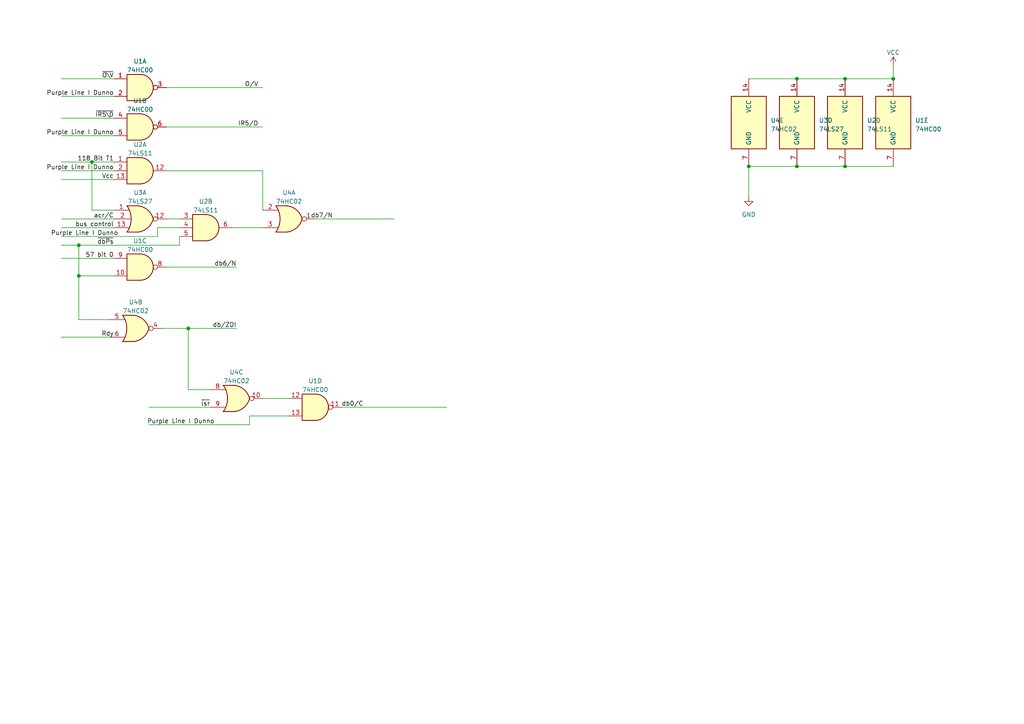
<source format=kicad_sch>
(kicad_sch (version 20230121) (generator eeschema)
  (paper "A4")
  (lib_symbols
    (symbol "74xx:74HC00" (pin_names (offset 1.016))
      (property "Reference" "U" (at 0 1.27 0))
      (property "Value" "74HC00" (at 0 -1.27 0))
      (symbol "74HC00_1_1"
        (arc (start 0 -3.81) (mid 3.7934 0) (end 0 3.81) (stroke (width 0.254)) (fill (type background)))
        (polyline (pts (xy 0 3.81) (xy -3.81 3.81) (xy -3.81 -3.81) (xy 0 -3.81)) (stroke (width 0.254)) (fill (type background)))
        (pin input line (at -7.62 2.54 0) (length 3.81) (name "~") (number "1"))
        (pin input line (at -7.62 -2.54 0) (length 3.81) (name "~") (number "2"))
        (pin output inverted (at 7.62 0 180) (length 3.81) (name "~") (number "3"))
      )
      (symbol "74HC00_1_2"
        (arc (start -3.81 -3.81) (mid -2.589 0) (end -3.81 3.81) (stroke (width 0.254)))
        (arc (start -0.6096 -3.81) (mid 2.1842 -2.5851) (end 3.81 0) (stroke (width 0.254)) (fill (type background)))
        (polyline (pts (xy -3.81 -3.81) (xy -0.635 -3.81)) (stroke (width 0.254)) (fill (type background)))
        (polyline (pts (xy -3.81 3.81) (xy -0.635 3.81)) (stroke (width 0.254)) (fill (type background)))
        (polyline (pts (xy -0.635 3.81) (xy -3.81 3.81) (xy -3.81 3.81) (xy -3.556 3.4036) (xy -3.0226 2.2606) (xy -2.6924 1.0414) (xy -2.6162 -0.254) (xy -2.7686 -1.4986) (xy -3.175 -2.7178) (xy -3.81 -3.81) (xy -3.81 -3.81) (xy -0.635 -3.81)) (stroke (width -25.4)) (fill (type background)))
        (arc (start 3.81 0) (mid 2.1915 2.5936) (end -0.6096 3.81) (stroke (width 0.254)) (fill (type background)))
        (pin input inverted (at -7.62 2.54 0) (length 4.318) (name "~") (number "1"))
        (pin input inverted (at -7.62 -2.54 0) (length 4.318) (name "~") (number "2"))
        (pin output line (at 7.62 0 180) (length 3.81) (name "~") (number "3"))
      )
      (symbol "74HC00_2_1"
        (arc (start 0 -3.81) (mid 3.7934 0) (end 0 3.81) (stroke (width 0.254)) (fill (type background)))
        (polyline (pts (xy 0 3.81) (xy -3.81 3.81) (xy -3.81 -3.81) (xy 0 -3.81)) (stroke (width 0.254)) (fill (type background)))
        (pin input line (at -7.62 2.54 0) (length 3.81) (name "~") (number "4"))
        (pin input line (at -7.62 -2.54 0) (length 3.81) (name "~") (number "5"))
        (pin output inverted (at 7.62 0 180) (length 3.81) (name "~") (number "6"))
      )
      (symbol "74HC00_2_2"
        (arc (start -3.81 -3.81) (mid -2.589 0) (end -3.81 3.81) (stroke (width 0.254)))
        (arc (start -0.6096 -3.81) (mid 2.1842 -2.5851) (end 3.81 0) (stroke (width 0.254)) (fill (type background)))
        (polyline (pts (xy -3.81 -3.81) (xy -0.635 -3.81)) (stroke (width 0.254)) (fill (type background)))
        (polyline (pts (xy -3.81 3.81) (xy -0.635 3.81)) (stroke (width 0.254)) (fill (type background)))
        (polyline (pts (xy -0.635 3.81) (xy -3.81 3.81) (xy -3.81 3.81) (xy -3.556 3.4036) (xy -3.0226 2.2606) (xy -2.6924 1.0414) (xy -2.6162 -0.254) (xy -2.7686 -1.4986) (xy -3.175 -2.7178) (xy -3.81 -3.81) (xy -3.81 -3.81) (xy -0.635 -3.81)) (stroke (width -25.4)) (fill (type background)))
        (arc (start 3.81 0) (mid 2.1915 2.5936) (end -0.6096 3.81) (stroke (width 0.254)) (fill (type background)))
        (pin input inverted (at -7.62 2.54 0) (length 4.318) (name "~") (number "4"))
        (pin input inverted (at -7.62 -2.54 0) (length 4.318) (name "~") (number "5"))
        (pin output line (at 7.62 0 180) (length 3.81) (name "~") (number "6"))
      )
      (symbol "74HC00_3_1"
        (arc (start 0 -3.81) (mid 3.7934 0) (end 0 3.81) (stroke (width 0.254)) (fill (type background)))
        (polyline (pts (xy 0 3.81) (xy -3.81 3.81) (xy -3.81 -3.81) (xy 0 -3.81)) (stroke (width 0.254)) (fill (type background)))
        (pin input line (at -7.62 -2.54 0) (length 3.81) (name "~") (number "10"))
        (pin output inverted (at 7.62 0 180) (length 3.81) (name "~") (number "8"))
        (pin input line (at -7.62 2.54 0) (length 3.81) (name "~") (number "9"))
      )
      (symbol "74HC00_3_2"
        (arc (start -3.81 -3.81) (mid -2.589 0) (end -3.81 3.81) (stroke (width 0.254)))
        (arc (start -0.6096 -3.81) (mid 2.1842 -2.5851) (end 3.81 0) (stroke (width 0.254)) (fill (type background)))
        (polyline (pts (xy -3.81 -3.81) (xy -0.635 -3.81)) (stroke (width 0.254)) (fill (type background)))
        (polyline (pts (xy -3.81 3.81) (xy -0.635 3.81)) (stroke (width 0.254)) (fill (type background)))
        (polyline (pts (xy -0.635 3.81) (xy -3.81 3.81) (xy -3.81 3.81) (xy -3.556 3.4036) (xy -3.0226 2.2606) (xy -2.6924 1.0414) (xy -2.6162 -0.254) (xy -2.7686 -1.4986) (xy -3.175 -2.7178) (xy -3.81 -3.81) (xy -3.81 -3.81) (xy -0.635 -3.81)) (stroke (width -25.4)) (fill (type background)))
        (arc (start 3.81 0) (mid 2.1915 2.5936) (end -0.6096 3.81) (stroke (width 0.254)) (fill (type background)))
        (pin input inverted (at -7.62 -2.54 0) (length 4.318) (name "~") (number "10"))
        (pin output line (at 7.62 0 180) (length 3.81) (name "~") (number "8"))
        (pin input inverted (at -7.62 2.54 0) (length 4.318) (name "~") (number "9"))
      )
      (symbol "74HC00_4_1"
        (arc (start 0 -3.81) (mid 3.7934 0) (end 0 3.81) (stroke (width 0.254)) (fill (type background)))
        (polyline (pts (xy 0 3.81) (xy -3.81 3.81) (xy -3.81 -3.81) (xy 0 -3.81)) (stroke (width 0.254)) (fill (type background)))
        (pin output inverted (at 7.62 0 180) (length 3.81) (name "~") (number "11"))
        (pin input line (at -7.62 2.54 0) (length 3.81) (name "~") (number "12"))
        (pin input line (at -7.62 -2.54 0) (length 3.81) (name "~") (number "13"))
      )
      (symbol "74HC00_4_2"
        (arc (start -3.81 -3.81) (mid -2.589 0) (end -3.81 3.81) (stroke (width 0.254)))
        (arc (start -0.6096 -3.81) (mid 2.1842 -2.5851) (end 3.81 0) (stroke (width 0.254)) (fill (type background)))
        (polyline (pts (xy -3.81 -3.81) (xy -0.635 -3.81)) (stroke (width 0.254)) (fill (type background)))
        (polyline (pts (xy -3.81 3.81) (xy -0.635 3.81)) (stroke (width 0.254)) (fill (type background)))
        (polyline (pts (xy -0.635 3.81) (xy -3.81 3.81) (xy -3.81 3.81) (xy -3.556 3.4036) (xy -3.0226 2.2606) (xy -2.6924 1.0414) (xy -2.6162 -0.254) (xy -2.7686 -1.4986) (xy -3.175 -2.7178) (xy -3.81 -3.81) (xy -3.81 -3.81) (xy -0.635 -3.81)) (stroke (width -25.4)) (fill (type background)))
        (arc (start 3.81 0) (mid 2.1915 2.5936) (end -0.6096 3.81) (stroke (width 0.254)) (fill (type background)))
        (pin output line (at 7.62 0 180) (length 3.81) (name "~") (number "11"))
        (pin input inverted (at -7.62 2.54 0) (length 4.318) (name "~") (number "12"))
        (pin input inverted (at -7.62 -2.54 0) (length 4.318) (name "~") (number "13"))
      )
      (symbol "74HC00_5_0"
        (pin power_in line (at 0 12.7 270) (length 5.08) (name "VCC") (number "14"))
        (pin power_in line (at 0 -12.7 90) (length 5.08) (name "GND") (number "7"))
      )
      (symbol "74HC00_5_1"
        (rectangle (start -5.08 7.62) (end 5.08 -7.62) (stroke (width 0.254)) (fill (type background)))
      )
    )
    (symbol "74xx:74HC02" (pin_names (offset 1.016))
      (property "Reference" "U" (at 0 1.27 0))
      (property "Value" "74HC02" (at 0 -1.27 0))
      (symbol "74HC02_1_1"
        (arc (start -3.81 -3.81) (mid -2.589 0) (end -3.81 3.81) (stroke (width 0.254)))
        (arc (start -0.6096 -3.81) (mid 2.1842 -2.5851) (end 3.81 0) (stroke (width 0.254)) (fill (type background)))
        (polyline (pts (xy -3.81 -3.81) (xy -0.635 -3.81)) (stroke (width 0.254)) (fill (type background)))
        (polyline (pts (xy -3.81 3.81) (xy -0.635 3.81)) (stroke (width 0.254)) (fill (type background)))
        (polyline (pts (xy -0.635 3.81) (xy -3.81 3.81) (xy -3.81 3.81) (xy -3.556 3.4036) (xy -3.0226 2.2606) (xy -2.6924 1.0414) (xy -2.6162 -0.254) (xy -2.7686 -1.4986) (xy -3.175 -2.7178) (xy -3.81 -3.81) (xy -3.81 -3.81) (xy -0.635 -3.81)) (stroke (width -25.4)) (fill (type background)))
        (arc (start 3.81 0) (mid 2.1915 2.5936) (end -0.6096 3.81) (stroke (width 0.254)) (fill (type background)))
        (pin output inverted (at 7.62 0 180) (length 3.81) (name "~") (number "1"))
        (pin input line (at -7.62 2.54 0) (length 4.318) (name "~") (number "2"))
        (pin input line (at -7.62 -2.54 0) (length 4.318) (name "~") (number "3"))
      )
      (symbol "74HC02_1_2"
        (arc (start 0 -3.81) (mid 3.7934 0) (end 0 3.81) (stroke (width 0.254)) (fill (type background)))
        (polyline (pts (xy 0 3.81) (xy -3.81 3.81) (xy -3.81 -3.81) (xy 0 -3.81)) (stroke (width 0.254)) (fill (type background)))
        (pin output line (at 7.62 0 180) (length 3.81) (name "~") (number "1"))
        (pin input inverted (at -7.62 2.54 0) (length 3.81) (name "~") (number "2"))
        (pin input inverted (at -7.62 -2.54 0) (length 3.81) (name "~") (number "3"))
      )
      (symbol "74HC02_2_1"
        (arc (start -3.81 -3.81) (mid -2.589 0) (end -3.81 3.81) (stroke (width 0.254)))
        (arc (start -0.6096 -3.81) (mid 2.1842 -2.5851) (end 3.81 0) (stroke (width 0.254)) (fill (type background)))
        (polyline (pts (xy -3.81 -3.81) (xy -0.635 -3.81)) (stroke (width 0.254)) (fill (type background)))
        (polyline (pts (xy -3.81 3.81) (xy -0.635 3.81)) (stroke (width 0.254)) (fill (type background)))
        (polyline (pts (xy -0.635 3.81) (xy -3.81 3.81) (xy -3.81 3.81) (xy -3.556 3.4036) (xy -3.0226 2.2606) (xy -2.6924 1.0414) (xy -2.6162 -0.254) (xy -2.7686 -1.4986) (xy -3.175 -2.7178) (xy -3.81 -3.81) (xy -3.81 -3.81) (xy -0.635 -3.81)) (stroke (width -25.4)) (fill (type background)))
        (arc (start 3.81 0) (mid 2.1915 2.5936) (end -0.6096 3.81) (stroke (width 0.254)) (fill (type background)))
        (pin output inverted (at 7.62 0 180) (length 3.81) (name "~") (number "4"))
        (pin input line (at -7.62 2.54 0) (length 4.318) (name "~") (number "5"))
        (pin input line (at -7.62 -2.54 0) (length 4.318) (name "~") (number "6"))
      )
      (symbol "74HC02_2_2"
        (arc (start 0 -3.81) (mid 3.7934 0) (end 0 3.81) (stroke (width 0.254)) (fill (type background)))
        (polyline (pts (xy 0 3.81) (xy -3.81 3.81) (xy -3.81 -3.81) (xy 0 -3.81)) (stroke (width 0.254)) (fill (type background)))
        (pin output line (at 7.62 0 180) (length 3.81) (name "~") (number "4"))
        (pin input inverted (at -7.62 2.54 0) (length 3.81) (name "~") (number "5"))
        (pin input inverted (at -7.62 -2.54 0) (length 3.81) (name "~") (number "6"))
      )
      (symbol "74HC02_3_1"
        (arc (start -3.81 -3.81) (mid -2.589 0) (end -3.81 3.81) (stroke (width 0.254)))
        (arc (start -0.6096 -3.81) (mid 2.1842 -2.5851) (end 3.81 0) (stroke (width 0.254)) (fill (type background)))
        (polyline (pts (xy -3.81 -3.81) (xy -0.635 -3.81)) (stroke (width 0.254)) (fill (type background)))
        (polyline (pts (xy -3.81 3.81) (xy -0.635 3.81)) (stroke (width 0.254)) (fill (type background)))
        (polyline (pts (xy -0.635 3.81) (xy -3.81 3.81) (xy -3.81 3.81) (xy -3.556 3.4036) (xy -3.0226 2.2606) (xy -2.6924 1.0414) (xy -2.6162 -0.254) (xy -2.7686 -1.4986) (xy -3.175 -2.7178) (xy -3.81 -3.81) (xy -3.81 -3.81) (xy -0.635 -3.81)) (stroke (width -25.4)) (fill (type background)))
        (arc (start 3.81 0) (mid 2.1915 2.5936) (end -0.6096 3.81) (stroke (width 0.254)) (fill (type background)))
        (pin output inverted (at 7.62 0 180) (length 3.81) (name "~") (number "10"))
        (pin input line (at -7.62 2.54 0) (length 4.318) (name "~") (number "8"))
        (pin input line (at -7.62 -2.54 0) (length 4.318) (name "~") (number "9"))
      )
      (symbol "74HC02_3_2"
        (arc (start 0 -3.81) (mid 3.7934 0) (end 0 3.81) (stroke (width 0.254)) (fill (type background)))
        (polyline (pts (xy 0 3.81) (xy -3.81 3.81) (xy -3.81 -3.81) (xy 0 -3.81)) (stroke (width 0.254)) (fill (type background)))
        (pin output line (at 7.62 0 180) (length 3.81) (name "~") (number "10"))
        (pin input inverted (at -7.62 2.54 0) (length 3.81) (name "~") (number "8"))
        (pin input inverted (at -7.62 -2.54 0) (length 3.81) (name "~") (number "9"))
      )
      (symbol "74HC02_4_1"
        (arc (start -3.81 -3.81) (mid -2.589 0) (end -3.81 3.81) (stroke (width 0.254)))
        (arc (start -0.6096 -3.81) (mid 2.1842 -2.5851) (end 3.81 0) (stroke (width 0.254)) (fill (type background)))
        (polyline (pts (xy -3.81 -3.81) (xy -0.635 -3.81)) (stroke (width 0.254)) (fill (type background)))
        (polyline (pts (xy -3.81 3.81) (xy -0.635 3.81)) (stroke (width 0.254)) (fill (type background)))
        (polyline (pts (xy -0.635 3.81) (xy -3.81 3.81) (xy -3.81 3.81) (xy -3.556 3.4036) (xy -3.0226 2.2606) (xy -2.6924 1.0414) (xy -2.6162 -0.254) (xy -2.7686 -1.4986) (xy -3.175 -2.7178) (xy -3.81 -3.81) (xy -3.81 -3.81) (xy -0.635 -3.81)) (stroke (width -25.4)) (fill (type background)))
        (arc (start 3.81 0) (mid 2.1915 2.5936) (end -0.6096 3.81) (stroke (width 0.254)) (fill (type background)))
        (pin input line (at -7.62 2.54 0) (length 4.318) (name "~") (number "11"))
        (pin input line (at -7.62 -2.54 0) (length 4.318) (name "~") (number "12"))
        (pin output inverted (at 7.62 0 180) (length 3.81) (name "~") (number "13"))
      )
      (symbol "74HC02_4_2"
        (arc (start 0 -3.81) (mid 3.7934 0) (end 0 3.81) (stroke (width 0.254)) (fill (type background)))
        (polyline (pts (xy 0 3.81) (xy -3.81 3.81) (xy -3.81 -3.81) (xy 0 -3.81)) (stroke (width 0.254)) (fill (type background)))
        (pin input inverted (at -7.62 2.54 0) (length 3.81) (name "~") (number "11"))
        (pin input inverted (at -7.62 -2.54 0) (length 3.81) (name "~") (number "12"))
        (pin output line (at 7.62 0 180) (length 3.81) (name "~") (number "13"))
      )
      (symbol "74HC02_5_0"
        (pin power_in line (at 0 12.7 270) (length 5.08) (name "VCC") (number "14"))
        (pin power_in line (at 0 -12.7 90) (length 5.08) (name "GND") (number "7"))
      )
      (symbol "74HC02_5_1"
        (rectangle (start -5.08 7.62) (end 5.08 -7.62) (stroke (width 0.254)) (fill (type background)))
      )
    )
    (symbol "74xx:74LS11" (pin_names (offset 1.016))
      (property "Reference" "U" (at 0 1.27 0))
      (property "Value" "74LS11" (at 0 -1.27 0))
      (symbol "74LS11_1_1"
        (arc (start 0 -3.81) (mid 3.7934 0) (end 0 3.81) (stroke (width 0.254)) (fill (type background)))
        (polyline (pts (xy 0 3.81) (xy -3.81 3.81) (xy -3.81 -3.81) (xy 0 -3.81)) (stroke (width 0.254)) (fill (type background)))
        (pin input line (at -7.62 2.54 0) (length 3.81) (name "~") (number "1"))
        (pin output line (at 7.62 0 180) (length 3.81) (name "~") (number "12"))
        (pin input line (at -7.62 -2.54 0) (length 3.81) (name "~") (number "13"))
        (pin input line (at -7.62 0 0) (length 3.81) (name "~") (number "2"))
      )
      (symbol "74LS11_1_2"
        (arc (start -3.81 -3.81) (mid -2.589 0) (end -3.81 3.81) (stroke (width 0.254)))
        (arc (start -0.6096 -3.81) (mid 2.1842 -2.5851) (end 3.81 0) (stroke (width 0.254)) (fill (type background)))
        (polyline (pts (xy -3.81 -3.81) (xy -0.635 -3.81)) (stroke (width 0.254)) (fill (type background)))
        (polyline (pts (xy -3.81 3.81) (xy -0.635 3.81)) (stroke (width 0.254)) (fill (type background)))
        (polyline (pts (xy -0.635 3.81) (xy -3.81 3.81) (xy -3.81 3.81) (xy -3.556 3.4036) (xy -3.0226 2.2606) (xy -2.6924 1.0414) (xy -2.6162 -0.254) (xy -2.7686 -1.4986) (xy -3.175 -2.7178) (xy -3.81 -3.81) (xy -3.81 -3.81) (xy -0.635 -3.81)) (stroke (width -25.4)) (fill (type background)))
        (arc (start 3.81 0) (mid 2.1915 2.5936) (end -0.6096 3.81) (stroke (width 0.254)) (fill (type background)))
        (pin input inverted (at -7.62 2.54 0) (length 4.318) (name "~") (number "1"))
        (pin output inverted (at 7.62 0 180) (length 3.81) (name "~") (number "12"))
        (pin input inverted (at -7.62 -2.54 0) (length 4.318) (name "~") (number "13"))
        (pin input inverted (at -7.62 0 0) (length 4.953) (name "~") (number "2"))
      )
      (symbol "74LS11_2_1"
        (arc (start 0 -3.81) (mid 3.7934 0) (end 0 3.81) (stroke (width 0.254)) (fill (type background)))
        (polyline (pts (xy 0 3.81) (xy -3.81 3.81) (xy -3.81 -3.81) (xy 0 -3.81)) (stroke (width 0.254)) (fill (type background)))
        (pin input line (at -7.62 2.54 0) (length 3.81) (name "~") (number "3"))
        (pin input line (at -7.62 0 0) (length 3.81) (name "~") (number "4"))
        (pin input line (at -7.62 -2.54 0) (length 3.81) (name "~") (number "5"))
        (pin output line (at 7.62 0 180) (length 3.81) (name "~") (number "6"))
      )
      (symbol "74LS11_2_2"
        (arc (start -3.81 -3.81) (mid -2.589 0) (end -3.81 3.81) (stroke (width 0.254)))
        (arc (start -0.6096 -3.81) (mid 2.1842 -2.5851) (end 3.81 0) (stroke (width 0.254)) (fill (type background)))
        (polyline (pts (xy -3.81 -3.81) (xy -0.635 -3.81)) (stroke (width 0.254)) (fill (type background)))
        (polyline (pts (xy -3.81 3.81) (xy -0.635 3.81)) (stroke (width 0.254)) (fill (type background)))
        (polyline (pts (xy -0.635 3.81) (xy -3.81 3.81) (xy -3.81 3.81) (xy -3.556 3.4036) (xy -3.0226 2.2606) (xy -2.6924 1.0414) (xy -2.6162 -0.254) (xy -2.7686 -1.4986) (xy -3.175 -2.7178) (xy -3.81 -3.81) (xy -3.81 -3.81) (xy -0.635 -3.81)) (stroke (width -25.4)) (fill (type background)))
        (arc (start 3.81 0) (mid 2.1915 2.5936) (end -0.6096 3.81) (stroke (width 0.254)) (fill (type background)))
        (pin input inverted (at -7.62 2.54 0) (length 4.318) (name "~") (number "3"))
        (pin input inverted (at -7.62 0 0) (length 4.953) (name "~") (number "4"))
        (pin input inverted (at -7.62 -2.54 0) (length 4.318) (name "~") (number "5"))
        (pin output inverted (at 7.62 0 180) (length 3.81) (name "~") (number "6"))
      )
      (symbol "74LS11_3_1"
        (arc (start 0 -3.81) (mid 3.7934 0) (end 0 3.81) (stroke (width 0.254)) (fill (type background)))
        (polyline (pts (xy 0 3.81) (xy -3.81 3.81) (xy -3.81 -3.81) (xy 0 -3.81)) (stroke (width 0.254)) (fill (type background)))
        (pin input line (at -7.62 0 0) (length 3.81) (name "~") (number "10"))
        (pin input line (at -7.62 -2.54 0) (length 3.81) (name "~") (number "11"))
        (pin output line (at 7.62 0 180) (length 3.81) (name "~") (number "8"))
        (pin input line (at -7.62 2.54 0) (length 3.81) (name "~") (number "9"))
      )
      (symbol "74LS11_3_2"
        (arc (start -3.81 -3.81) (mid -2.589 0) (end -3.81 3.81) (stroke (width 0.254)))
        (arc (start -0.6096 -3.81) (mid 2.1842 -2.5851) (end 3.81 0) (stroke (width 0.254)) (fill (type background)))
        (polyline (pts (xy -3.81 -3.81) (xy -0.635 -3.81)) (stroke (width 0.254)) (fill (type background)))
        (polyline (pts (xy -3.81 3.81) (xy -0.635 3.81)) (stroke (width 0.254)) (fill (type background)))
        (polyline (pts (xy -0.635 3.81) (xy -3.81 3.81) (xy -3.81 3.81) (xy -3.556 3.4036) (xy -3.0226 2.2606) (xy -2.6924 1.0414) (xy -2.6162 -0.254) (xy -2.7686 -1.4986) (xy -3.175 -2.7178) (xy -3.81 -3.81) (xy -3.81 -3.81) (xy -0.635 -3.81)) (stroke (width -25.4)) (fill (type background)))
        (arc (start 3.81 0) (mid 2.1915 2.5936) (end -0.6096 3.81) (stroke (width 0.254)) (fill (type background)))
        (pin input inverted (at -7.62 0 0) (length 4.953) (name "~") (number "10"))
        (pin input inverted (at -7.62 -2.54 0) (length 4.318) (name "~") (number "11"))
        (pin output inverted (at 7.62 0 180) (length 3.81) (name "~") (number "8"))
        (pin input inverted (at -7.62 2.54 0) (length 4.318) (name "~") (number "9"))
      )
      (symbol "74LS11_4_0"
        (pin power_in line (at 0 12.7 270) (length 5.08) (name "VCC") (number "14"))
        (pin power_in line (at 0 -12.7 90) (length 5.08) (name "GND") (number "7"))
      )
      (symbol "74LS11_4_1"
        (rectangle (start -5.08 7.62) (end 5.08 -7.62) (stroke (width 0.254)) (fill (type background)))
      )
    )
    (symbol "74xx:74LS27" (pin_names (offset 1.016))
      (property "Reference" "U" (at 0 1.27 0))
      (property "Value" "74LS27" (at 0 -1.27 0))
      (symbol "74LS27_1_1"
        (arc (start -3.81 -3.81) (mid -2.589 0) (end -3.81 3.81) (stroke (width 0.254)))
        (arc (start -0.6096 -3.81) (mid 2.1842 -2.5851) (end 3.81 0) (stroke (width 0.254)) (fill (type background)))
        (polyline (pts (xy -3.81 -3.81) (xy -0.635 -3.81)) (stroke (width 0.254)) (fill (type background)))
        (polyline (pts (xy -3.81 3.81) (xy -0.635 3.81)) (stroke (width 0.254)) (fill (type background)))
        (polyline (pts (xy -0.635 3.81) (xy -3.81 3.81) (xy -3.81 3.81) (xy -3.556 3.4036) (xy -3.0226 2.2606) (xy -2.6924 1.0414) (xy -2.6162 -0.254) (xy -2.7686 -1.4986) (xy -3.175 -2.7178) (xy -3.81 -3.81) (xy -3.81 -3.81) (xy -0.635 -3.81)) (stroke (width -25.4)) (fill (type background)))
        (arc (start 3.81 0) (mid 2.1915 2.5936) (end -0.6096 3.81) (stroke (width 0.254)) (fill (type background)))
        (pin input line (at -7.62 2.54 0) (length 4.318) (name "~") (number "1"))
        (pin output inverted (at 7.62 0 180) (length 3.81) (name "~") (number "12"))
        (pin input line (at -7.62 -2.54 0) (length 4.318) (name "~") (number "13"))
        (pin input line (at -7.62 0 0) (length 4.953) (name "~") (number "2"))
      )
      (symbol "74LS27_1_2"
        (arc (start 0 -3.81) (mid 3.7934 0) (end 0 3.81) (stroke (width 0.254)) (fill (type background)))
        (polyline (pts (xy 0 3.81) (xy -3.81 3.81) (xy -3.81 -3.81) (xy 0 -3.81)) (stroke (width 0.254)) (fill (type background)))
        (pin input inverted (at -7.62 2.54 0) (length 3.81) (name "~") (number "1"))
        (pin output line (at 7.62 0 180) (length 3.81) (name "~") (number "12"))
        (pin input inverted (at -7.62 -2.54 0) (length 3.81) (name "~") (number "13"))
        (pin input inverted (at -7.62 0 0) (length 3.81) (name "~") (number "2"))
      )
      (symbol "74LS27_2_1"
        (arc (start -3.81 -3.81) (mid -2.589 0) (end -3.81 3.81) (stroke (width 0.254)))
        (arc (start -0.6096 -3.81) (mid 2.1842 -2.5851) (end 3.81 0) (stroke (width 0.254)) (fill (type background)))
        (polyline (pts (xy -3.81 -3.81) (xy -0.635 -3.81)) (stroke (width 0.254)) (fill (type background)))
        (polyline (pts (xy -3.81 3.81) (xy -0.635 3.81)) (stroke (width 0.254)) (fill (type background)))
        (polyline (pts (xy -0.635 3.81) (xy -3.81 3.81) (xy -3.81 3.81) (xy -3.556 3.4036) (xy -3.0226 2.2606) (xy -2.6924 1.0414) (xy -2.6162 -0.254) (xy -2.7686 -1.4986) (xy -3.175 -2.7178) (xy -3.81 -3.81) (xy -3.81 -3.81) (xy -0.635 -3.81)) (stroke (width -25.4)) (fill (type background)))
        (arc (start 3.81 0) (mid 2.1915 2.5936) (end -0.6096 3.81) (stroke (width 0.254)) (fill (type background)))
        (pin input line (at -7.62 2.54 0) (length 4.318) (name "~") (number "3"))
        (pin input line (at -7.62 0 0) (length 4.953) (name "~") (number "4"))
        (pin input line (at -7.62 -2.54 0) (length 4.318) (name "~") (number "5"))
        (pin output inverted (at 7.62 0 180) (length 3.81) (name "~") (number "6"))
      )
      (symbol "74LS27_2_2"
        (arc (start 0 -3.81) (mid 3.7934 0) (end 0 3.81) (stroke (width 0.254)) (fill (type background)))
        (polyline (pts (xy 0 3.81) (xy -3.81 3.81) (xy -3.81 -3.81) (xy 0 -3.81)) (stroke (width 0.254)) (fill (type background)))
        (pin input inverted (at -7.62 2.54 0) (length 3.81) (name "~") (number "3"))
        (pin input inverted (at -7.62 0 0) (length 3.81) (name "~") (number "4"))
        (pin input inverted (at -7.62 -2.54 0) (length 3.81) (name "~") (number "5"))
        (pin output line (at 7.62 0 180) (length 3.81) (name "~") (number "6"))
      )
      (symbol "74LS27_3_1"
        (arc (start -3.81 -3.81) (mid -2.589 0) (end -3.81 3.81) (stroke (width 0.254)))
        (arc (start -0.6096 -3.81) (mid 2.1842 -2.5851) (end 3.81 0) (stroke (width 0.254)) (fill (type background)))
        (polyline (pts (xy -3.81 -3.81) (xy -0.635 -3.81)) (stroke (width 0.254)) (fill (type background)))
        (polyline (pts (xy -3.81 3.81) (xy -0.635 3.81)) (stroke (width 0.254)) (fill (type background)))
        (polyline (pts (xy -0.635 3.81) (xy -3.81 3.81) (xy -3.81 3.81) (xy -3.556 3.4036) (xy -3.0226 2.2606) (xy -2.6924 1.0414) (xy -2.6162 -0.254) (xy -2.7686 -1.4986) (xy -3.175 -2.7178) (xy -3.81 -3.81) (xy -3.81 -3.81) (xy -0.635 -3.81)) (stroke (width -25.4)) (fill (type background)))
        (arc (start 3.81 0) (mid 2.1915 2.5936) (end -0.6096 3.81) (stroke (width 0.254)) (fill (type background)))
        (pin input line (at -7.62 0 0) (length 4.953) (name "~") (number "10"))
        (pin input line (at -7.62 -2.54 0) (length 4.318) (name "~") (number "11"))
        (pin output inverted (at 7.62 0 180) (length 3.81) (name "~") (number "8"))
        (pin input line (at -7.62 2.54 0) (length 4.318) (name "~") (number "9"))
      )
      (symbol "74LS27_3_2"
        (arc (start 0 -3.81) (mid 3.7934 0) (end 0 3.81) (stroke (width 0.254)) (fill (type background)))
        (polyline (pts (xy 0 3.81) (xy -3.81 3.81) (xy -3.81 -3.81) (xy 0 -3.81)) (stroke (width 0.254)) (fill (type background)))
        (pin input inverted (at -7.62 0 0) (length 3.81) (name "~") (number "10"))
        (pin input inverted (at -7.62 -2.54 0) (length 3.81) (name "~") (number "11"))
        (pin output line (at 7.62 0 180) (length 3.81) (name "~") (number "8"))
        (pin input inverted (at -7.62 2.54 0) (length 3.81) (name "~") (number "9"))
      )
      (symbol "74LS27_4_0"
        (pin power_in line (at 0 12.7 270) (length 5.08) (name "VCC") (number "14"))
        (pin power_in line (at 0 -12.7 90) (length 5.08) (name "GND") (number "7"))
      )
      (symbol "74LS27_4_1"
        (rectangle (start -5.08 7.62) (end 5.08 -7.62) (stroke (width 0.254)) (fill (type background)))
      )
    )
    (symbol "power:GND" (power) (pin_names (offset 0))
      (property "Value" "GND" (at 0 -3.81 0))
      (symbol "GND_0_1"
        (polyline (pts (xy 0 0) (xy 0 -1.27) (xy 1.27 -1.27) (xy 0 -2.54) (xy -1.27 -1.27) (xy 0 -1.27)))
      )
      (symbol "GND_1_1"
        (pin power_in line (at 0 0 270) (length 0) hide (name "GND") (number "1"))
      )
    )
    (symbol "power:VCC" (power) (pin_names (offset 0))
      (property "Value" "VCC" (at 0 3.81 0))
      (symbol "VCC_0_1"
        (polyline (pts (xy -0.762 1.27) (xy 0 2.54)))
        (polyline (pts (xy 0 0) (xy 0 2.54)))
        (polyline (pts (xy 0 2.54) (xy 0.762 1.27)))
      )
      (symbol "VCC_1_1"
        (pin power_in line (at 0 0 90) (length 0) hide (name "VCC") (number "1"))
      )
    )
  )
  (junction (at 231.14 22.86))
  (junction (at 245.11 22.86))
  (junction (at 22.86 71.12))
  (junction (at 259.08 22.86))
  (junction (at 245.11 48.26))
  (junction (at 217.17 48.26))
  (junction (at 26.67 46.99))
  (junction (at 54.61 95.25))
  (junction (at 22.86 80.01))
  (junction (at 231.14 48.26))
  (wire (pts (xy 48.26 36.83) (xy 76.2 36.83)))
  (wire (pts (xy 48.26 25.4) (xy 76.2 25.4)))
  (wire (pts (xy 48.26 49.53) (xy 76.2 49.53)))
  (wire (pts (xy 43.18 118.11) (xy 60.96 118.11)))
  (wire (pts (xy 17.78 97.79) (xy 31.75 97.79)))
  (wire (pts (xy 67.31 66.04) (xy 76.2 66.04)))
  (wire (pts (xy 17.78 71.12) (xy 22.86 71.12)))
  (wire (pts (xy 17.78 68.58) (xy 45.72 68.58)))
  (wire (pts (xy 17.78 63.5) (xy 33.02 63.5)))
  (wire (pts (xy 259.08 19.05) (xy 259.08 22.86)))
  (wire (pts (xy 217.17 22.86) (xy 231.14 22.86)))
  (wire (pts (xy 48.26 63.5) (xy 52.07 63.5)))
  (wire (pts (xy 22.86 71.12) (xy 52.07 71.12)))
  (wire (pts (xy 17.78 46.99) (xy 26.67 46.99)))
  (wire (pts (xy 76.2 115.57) (xy 83.82 115.57)))
  (wire (pts (xy 22.86 80.01) (xy 33.02 80.01)))
  (wire (pts (xy 17.78 22.86) (xy 33.02 22.86)))
  (wire (pts (xy 26.67 60.96) (xy 33.02 60.96)))
  (wire (pts (xy 245.11 48.26) (xy 259.08 48.26)))
  (wire (pts (xy 26.67 46.99) (xy 33.02 46.99)))
  (wire (pts (xy 46.99 95.25) (xy 54.61 95.25)))
  (wire (pts (xy 52.07 66.04) (xy 45.72 66.04)))
  (wire (pts (xy 231.14 22.86) (xy 245.11 22.86)))
  (wire (pts (xy 217.17 48.26) (xy 217.17 57.15)))
  (wire (pts (xy 217.17 48.26) (xy 231.14 48.26)))
  (wire (pts (xy 17.78 34.29) (xy 33.02 34.29)))
  (wire (pts (xy 245.11 22.86) (xy 259.08 22.86)))
  (wire (pts (xy 22.86 71.12) (xy 22.86 80.01)))
  (wire (pts (xy 17.78 66.04) (xy 33.02 66.04)))
  (wire (pts (xy 54.61 95.25) (xy 68.58 95.25)))
  (wire (pts (xy 48.26 77.47) (xy 68.58 77.47)))
  (wire (pts (xy 17.78 52.07) (xy 33.02 52.07)))
  (wire (pts (xy 83.82 120.65) (xy 72.39 120.65)))
  (wire (pts (xy 54.61 113.03) (xy 60.96 113.03)))
  (wire (pts (xy 45.72 66.04) (xy 45.72 68.58)))
  (wire (pts (xy 99.06 118.11) (xy 129.54 118.11)))
  (wire (pts (xy 43.18 123.19) (xy 72.39 123.19)))
  (wire (pts (xy 17.78 39.37) (xy 33.02 39.37)))
  (wire (pts (xy 17.78 49.53) (xy 33.02 49.53)))
  (wire (pts (xy 72.39 120.65) (xy 72.39 123.19)))
  (wire (pts (xy 17.78 27.94) (xy 33.02 27.94)))
  (wire (pts (xy 76.2 49.53) (xy 76.2 60.96)))
  (wire (pts (xy 22.86 92.71) (xy 31.75 92.71)))
  (wire (pts (xy 52.07 68.58) (xy 52.07 71.12)))
  (wire (pts (xy 91.44 63.5) (xy 114.3 63.5)))
  (wire (pts (xy 54.61 95.25) (xy 54.61 113.03)))
  (wire (pts (xy 17.78 74.93) (xy 33.02 74.93)))
  (wire (pts (xy 26.67 46.99) (xy 26.67 60.96)))
  (wire (pts (xy 22.86 80.01) (xy 22.86 92.71)))
  (wire (pts (xy 231.14 48.26) (xy 245.11 48.26)))
  (label "Purple Line I Dunno" (at 62.23 123.19 180))
  (label "db0{slash}C" (at 105.41 118.11 180))
  (label "Rdy" (at 33.02 97.79 180))
  (label "~{O\\V}" (at 33.02 22.86 180))
  (label "O{slash}V" (at 74.93 25.4 180))
  (label "~{dbPs}" (at 33.02 71.12 180))
  (label "Vcc" (at 33.02 52.07 180))
  (label "57 bit 0" (at 33.02 74.93 180))
  (label "acr{slash}C" (at 33.02 63.5 180))
  (label "bus control" (at 33.02 66.04 180))
  (label "Purple Line I Dunno" (at 34.29 68.58 180))
  (label "~{IR5\\D}" (at 33.02 34.29 180))
  (label "Purple Line I Dunno" (at 33.02 49.53 180))
  (label "Purple Line I Dunno" (at 33.02 27.94 180))
  (label "IR5{slash}D" (at 74.93 36.83 180))
  (label "db6{slash}N" (at 68.58 77.47 180))
  (label "Purple Line I Dunno" (at 33.02 39.37 180))
  (label "~{lsr}" (at 60.96 118.11 180))
  (label "db7{slash}N" (at 96.52 63.5 180))
  (label "118 Bit T1" (at 33.02 46.99 180))
  (label "db{slash}ZDI" (at 68.58 95.25 180))
  (symbol (lib_id "power:GND") (at 217.17 57.15 0) (unit 1)
    (property "Reference" "#PWR02" (effects hide))
    (property "Value" "GND" (at 217.17 62.23 0))
  )
  (symbol (lib_id "74xx:74HC02") (at 39.37 95.25 0) (unit 2)
    (property "Reference" "U4" (at 39.37 87.63 0))
    (property "Value" "74HC02" (at 39.37 90.17 0))
    (property "Datasheet" "http://www.ti.com/lit/gpn/sn74hc02" (effects hide))
  )
  (symbol (lib_id "74xx:74LS27") (at 40.64 63.5 0) (unit 1)
    (property "Reference" "U3" (at 40.64 55.88 0))
    (property "Value" "74LS27" (at 40.64 58.42 0))
    (property "Datasheet" "http://www.ti.com/lit/gpn/sn74LS27" (effects hide))
  )
  (symbol (lib_id "74xx:74HC00") (at 40.64 77.47 0) (unit 3)
    (property "Reference" "U1" (at 40.6317 69.85 0))
    (property "Value" "74HC00" (at 40.6317 72.39 0))
    (property "Datasheet" "http://www.ti.com/lit/gpn/sn74hc00" (effects hide))
  )
  (symbol (lib_id "74xx:74HC00") (at 40.64 36.83 0) (unit 2)
    (property "Reference" "U1" (at 40.6317 29.21 0))
    (property "Value" "74HC00" (at 40.6317 31.75 0))
    (property "Datasheet" "http://www.ti.com/lit/gpn/sn74hc00" (effects hide))
  )
  (symbol (lib_id "74xx:74LS11") (at 245.11 35.56 0) (unit 4)
    (property "Reference" "U2" (at 251.46 34.925 0) (effects (justify left)))
    (property "Value" "74LS11" (at 251.46 37.465 0) (effects (justify left)))
    (property "Datasheet" "http://www.ti.com/lit/gpn/sn74LS11" (effects hide))
  )
  (symbol (lib_id "74xx:74HC02") (at 83.82 63.5 0) (unit 1)
    (property "Reference" "U4" (at 83.82 55.88 0))
    (property "Value" "74HC02" (at 83.82 58.42 0))
    (property "Datasheet" "http://www.ti.com/lit/gpn/sn74hc02" (effects hide))
  )
  (symbol (lib_id "power:VCC") (at 259.08 19.05 0) (unit 1)
    (property "Reference" "#PWR01" (effects hide))
    (property "Value" "VCC" (at 259.08 15.24 0))
  )
  (symbol (lib_id "74xx:74HC02") (at 68.58 115.57 0) (unit 3)
    (property "Reference" "U4" (at 68.58 107.95 0))
    (property "Value" "74HC02" (at 68.58 110.49 0))
    (property "Datasheet" "http://www.ti.com/lit/gpn/sn74hc02" (effects hide))
  )
  (symbol (lib_id "74xx:74HC02") (at 217.17 35.56 0) (unit 5)
    (property "Reference" "U4" (at 223.52 34.925 0) (effects (justify left)))
    (property "Value" "74HC02" (at 223.52 37.465 0) (effects (justify left)))
    (property "Datasheet" "http://www.ti.com/lit/gpn/sn74hc02" (effects hide))
  )
  (symbol (lib_id "74xx:74LS27") (at 231.14 35.56 0) (unit 4)
    (property "Reference" "U3" (at 237.49 34.925 0) (effects (justify left)))
    (property "Value" "74LS27" (at 237.49 37.465 0) (effects (justify left)))
    (property "Datasheet" "http://www.ti.com/lit/gpn/sn74LS27" (effects hide))
  )
  (symbol (lib_id "74xx:74HC00") (at 91.44 118.11 0) (unit 4)
    (property "Reference" "U1" (at 91.4317 110.49 0))
    (property "Value" "74HC00" (at 91.4317 113.03 0))
    (property "Datasheet" "http://www.ti.com/lit/gpn/sn74hc00" (effects hide))
  )
  (symbol (lib_id "74xx:74HC00") (at 259.08 35.56 0) (unit 5)
    (property "Reference" "U1" (at 265.43 34.925 0) (effects (justify left)))
    (property "Value" "74HC00" (at 265.43 37.465 0) (effects (justify left)))
    (property "Datasheet" "http://www.ti.com/lit/gpn/sn74hc00" (effects hide))
  )
  (symbol (lib_id "74xx:74LS11") (at 40.64 49.53 0) (unit 1)
    (property "Reference" "U2" (at 40.6317 41.91 0))
    (property "Value" "74LS11" (at 40.6317 44.45 0))
    (property "Datasheet" "http://www.ti.com/lit/gpn/sn74LS11" (effects hide))
  )
  (symbol (lib_id "74xx:74HC00") (at 40.64 25.4 0) (unit 1)
    (property "Reference" "U1" (at 40.6317 17.78 0))
    (property "Value" "74HC00" (at 40.6317 20.32 0))
    (property "Datasheet" "http://www.ti.com/lit/gpn/sn74hc00" (effects hide))
  )
  (symbol (lib_id "74xx:74LS11") (at 59.69 66.04 0) (unit 2)
    (property "Reference" "U2" (at 59.6817 58.42 0))
    (property "Value" "74LS11" (at 59.6817 60.96 0))
    (property "Datasheet" "http://www.ti.com/lit/gpn/sn74LS11" (effects hide))
  )
)
</source>
